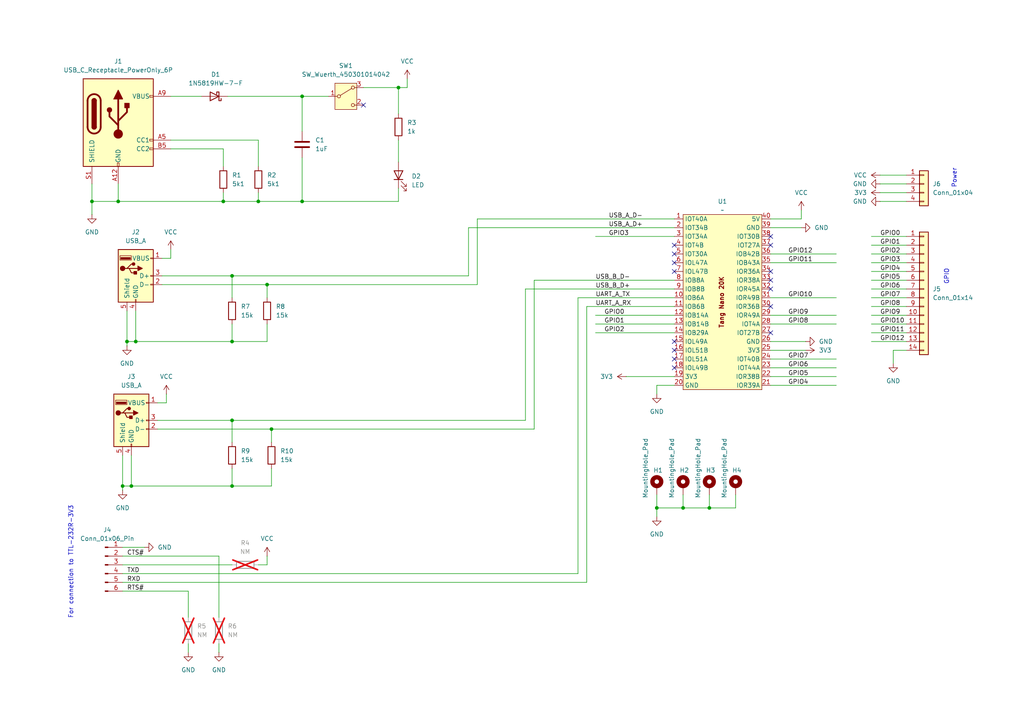
<source format=kicad_sch>
(kicad_sch (version 20231120) (generator "eeschema") (generator_version "8.0")
  (paper "A4")
  (title_block (title "nanoComp") (date "2024-07-25") (rev "PA2"))
  (lib_symbols
    (symbol "Connector:Conn_01x06_Pin" (pin_names (offset 1.016) hide)
      (property "Reference" "J" (at 0 7.62 0))
      (property "Value" "Conn_01x06_Pin" (at 0 -10.16 0))
      (symbol "Conn_01x06_Pin_1_1"
        (polyline (pts (xy 1.27 -7.62) (xy 0.8636 -7.62)) (stroke (width 0.1524)))
        (polyline (pts (xy 1.27 -5.08) (xy 0.8636 -5.08)) (stroke (width 0.1524)))
        (polyline (pts (xy 1.27 -2.54) (xy 0.8636 -2.54)) (stroke (width 0.1524)))
        (polyline (pts (xy 1.27 0) (xy 0.8636 0)) (stroke (width 0.1524)))
        (polyline (pts (xy 1.27 2.54) (xy 0.8636 2.54)) (stroke (width 0.1524)))
        (polyline (pts (xy 1.27 5.08) (xy 0.8636 5.08)) (stroke (width 0.1524)))
        (rectangle (start 0.8636 -7.493) (end 0 -7.747) (stroke (width 0.1524)) (fill (type outline)))
        (rectangle (start 0.8636 -4.953) (end 0 -5.207) (stroke (width 0.1524)) (fill (type outline)))
        (rectangle (start 0.8636 -2.413) (end 0 -2.667) (stroke (width 0.1524)) (fill (type outline)))
        (rectangle (start 0.8636 0.127) (end 0 -0.127) (stroke (width 0.1524)) (fill (type outline)))
        (rectangle (start 0.8636 2.667) (end 0 2.413) (stroke (width 0.1524)) (fill (type outline)))
        (rectangle (start 0.8636 5.207) (end 0 4.953) (stroke (width 0.1524)) (fill (type outline)))
        (pin passive line (at 5.08 5.08 180) (length 3.81) (name "Pin_1") (number "1"))
        (pin passive line (at 5.08 2.54 180) (length 3.81) (name "Pin_2") (number "2"))
        (pin passive line (at 5.08 0 180) (length 3.81) (name "Pin_3") (number "3"))
        (pin passive line (at 5.08 -2.54 180) (length 3.81) (name "Pin_4") (number "4"))
        (pin passive line (at 5.08 -5.08 180) (length 3.81) (name "Pin_5") (number "5"))
        (pin passive line (at 5.08 -7.62 180) (length 3.81) (name "Pin_6") (number "6"))
      )
    )
    (symbol "Connector:USB_A" (pin_names (offset 1.016))
      (property "Reference" "J" (at -5.08 11.43 0))
      (property "Value" "USB_A" (at -5.08 8.89 0))
      (symbol "USB_A_0_1"
        (rectangle (start -5.08 -7.62) (end 5.08 7.62) (stroke (width 0.254)) (fill (type background)))
        (circle (center -3.81 2.159) (radius 0.635) (stroke (width 0.254)) (fill (type outline)))
        (rectangle (start -1.524 4.826) (end -4.318 5.334) (fill (type outline)))
        (rectangle (start -1.27 4.572) (end -4.572 5.842))
        (circle (center -0.635 3.429) (radius 0.381) (stroke (width 0.254)) (fill (type outline)))
        (rectangle (start -0.127 -7.62) (end 0.127 -6.858))
        (polyline (pts (xy -3.175 2.159) (xy -2.54 2.159) (xy -1.27 3.429) (xy -0.635 3.429)) (stroke (width 0.254)))
        (polyline (pts (xy -2.54 2.159) (xy -1.905 2.159) (xy -1.27 0.889) (xy 0 0.889)) (stroke (width 0.254)))
        (polyline (pts (xy 0.635 2.794) (xy 0.635 1.524) (xy 1.905 2.159) (xy 0.635 2.794)) (stroke (width 0.254)) (fill (type outline)))
        (rectangle (start 0.254 1.27) (end -0.508 0.508) (stroke (width 0.254)) (fill (type outline)))
        (rectangle (start 5.08 -2.667) (end 4.318 -2.413))
        (rectangle (start 5.08 -0.127) (end 4.318 0.127))
        (rectangle (start 5.08 4.953) (end 4.318 5.207))
      )
      (symbol "USB_A_1_1"
        (polyline (pts (xy -1.905 2.159) (xy 0.635 2.159)) (stroke (width 0.254)))
        (pin power_in line (at 7.62 5.08 180) (length 2.54) (name "VBUS") (number "1"))
        (pin bidirectional line (at 7.62 -2.54 180) (length 2.54) (name "D-") (number "2"))
        (pin bidirectional line (at 7.62 0 180) (length 2.54) (name "D+") (number "3"))
        (pin power_in line (at 0 -10.16 90) (length 2.54) (name "GND") (number "4"))
        (pin passive line (at -2.54 -10.16 90) (length 2.54) (name "Shield") (number "5"))
      )
    )
    (symbol "Connector:USB_C_Receptacle_PowerOnly_6P" (pin_names (offset 1.016))
      (property "Reference" "J" (at 0 16.51 0))
      (property "Value" "USB_C_Receptacle_PowerOnly_6P" (at 0 13.97 0))
      (symbol "USB_C_Receptacle_PowerOnly_6P_0_0"
        (rectangle (start -0.254 -12.7) (end 0.254 -11.684))
        (rectangle (start 10.16 -7.366) (end 9.144 -7.874))
        (rectangle (start 10.16 -4.826) (end 9.144 -5.334))
        (rectangle (start 10.16 7.874) (end 9.144 7.366))
      )
      (symbol "USB_C_Receptacle_PowerOnly_6P_0_1"
        (rectangle (start -10.16 12.7) (end 10.16 -12.7) (stroke (width 0.254)) (fill (type background)))
        (arc (start -8.89 -1.27) (mid -6.985 -3.1667) (end -5.08 -1.27) (stroke (width 0.508)))
        (arc (start -7.62 -1.27) (mid -6.985 -1.9023) (end -6.35 -1.27) (stroke (width 0.254)))
        (arc (start -7.62 -1.27) (mid -6.985 -1.9023) (end -6.35 -1.27) (stroke (width 0.254)) (fill (type outline)))
        (rectangle (start -7.62 -1.27) (end -6.35 6.35) (stroke (width 0.254)) (fill (type outline)))
        (arc (start -6.35 6.35) (mid -6.985 6.9823) (end -7.62 6.35) (stroke (width 0.254)))
        (arc (start -6.35 6.35) (mid -6.985 6.9823) (end -7.62 6.35) (stroke (width 0.254)) (fill (type outline)))
        (arc (start -5.08 6.35) (mid -6.985 8.2467) (end -8.89 6.35) (stroke (width 0.508)))
        (circle (center -2.54 3.683) (radius 0.635) (stroke (width 0.254)) (fill (type outline)))
        (circle (center 0 -3.302) (radius 1.27) (fill (type outline)))
        (polyline (pts (xy -8.89 -1.27) (xy -8.89 6.35)) (stroke (width 0.508)))
        (polyline (pts (xy -5.08 6.35) (xy -5.08 -1.27)) (stroke (width 0.508)))
        (polyline (pts (xy 0 -3.302) (xy 0 6.858)) (stroke (width 0.508)))
        (polyline (pts (xy 0 -0.762) (xy -2.54 1.778) (xy -2.54 3.048)) (stroke (width 0.508)))
        (polyline (pts (xy 0 0.508) (xy 2.54 3.048) (xy 2.54 4.318)) (stroke (width 0.508)))
        (polyline (pts (xy -1.27 6.858) (xy 0 9.398) (xy 1.27 6.858) (xy -1.27 6.858)) (stroke (width 0.254)) (fill (type outline)))
        (rectangle (start 1.905 4.318) (end 3.175 5.588) (stroke (width 0.254)) (fill (type outline)))
      )
      (symbol "USB_C_Receptacle_PowerOnly_6P_1_1"
        (pin passive line (at 0 -17.78 90) (length 5.08) (name "GND") (number "A12"))
        (pin bidirectional line (at 15.24 -5.08 180) (length 5.08) (name "CC1") (number "A5"))
        (pin passive line (at 15.24 7.62 180) (length 5.08) (name "VBUS") (number "A9"))
        (pin passive line (at 0 -17.78 90) (length 5.08) hide (name "GND") (number "B12"))
        (pin bidirectional line (at 15.24 -7.62 180) (length 5.08) (name "CC2") (number "B5"))
        (pin passive line (at 15.24 7.62 180) (length 5.08) hide (name "VBUS") (number "B9"))
        (pin passive line (at -7.62 -17.78 90) (length 5.08) (name "SHIELD") (number "S1"))
      )
    )
    (symbol "Connector_Generic:Conn_01x04" (pin_names (offset 1.016) hide)
      (property "Reference" "J" (at 0 5.08 0))
      (property "Value" "Conn_01x04" (at 0 -7.62 0))
      (symbol "Conn_01x04_1_1"
        (rectangle (start -1.27 -4.953) (end 0 -5.207) (stroke (width 0.1524)))
        (rectangle (start -1.27 -2.413) (end 0 -2.667) (stroke (width 0.1524)))
        (rectangle (start -1.27 0.127) (end 0 -0.127) (stroke (width 0.1524)))
        (rectangle (start -1.27 2.667) (end 0 2.413) (stroke (width 0.1524)))
        (rectangle (start -1.27 3.81) (end 1.27 -6.35) (stroke (width 0.254)) (fill (type background)))
        (pin passive line (at -5.08 2.54 0) (length 3.81) (name "Pin_1") (number "1"))
        (pin passive line (at -5.08 0 0) (length 3.81) (name "Pin_2") (number "2"))
        (pin passive line (at -5.08 -2.54 0) (length 3.81) (name "Pin_3") (number "3"))
        (pin passive line (at -5.08 -5.08 0) (length 3.81) (name "Pin_4") (number "4"))
      )
    )
    (symbol "Connector_Generic:Conn_01x14" (pin_names (offset 1.016) hide)
      (property "Reference" "J" (at 0 17.78 0))
      (property "Value" "Conn_01x14" (at 0 -20.32 0))
      (symbol "Conn_01x14_1_1"
        (rectangle (start -1.27 -17.653) (end 0 -17.907) (stroke (width 0.1524)))
        (rectangle (start -1.27 -15.113) (end 0 -15.367) (stroke (width 0.1524)))
        (rectangle (start -1.27 -12.573) (end 0 -12.827) (stroke (width 0.1524)))
        (rectangle (start -1.27 -10.033) (end 0 -10.287) (stroke (width 0.1524)))
        (rectangle (start -1.27 -7.493) (end 0 -7.747) (stroke (width 0.1524)))
        (rectangle (start -1.27 -4.953) (end 0 -5.207) (stroke (width 0.1524)))
        (rectangle (start -1.27 -2.413) (end 0 -2.667) (stroke (width 0.1524)))
        (rectangle (start -1.27 0.127) (end 0 -0.127) (stroke (width 0.1524)))
        (rectangle (start -1.27 2.667) (end 0 2.413) (stroke (width 0.1524)))
        (rectangle (start -1.27 5.207) (end 0 4.953) (stroke (width 0.1524)))
        (rectangle (start -1.27 7.747) (end 0 7.493) (stroke (width 0.1524)))
        (rectangle (start -1.27 10.287) (end 0 10.033) (stroke (width 0.1524)))
        (rectangle (start -1.27 12.827) (end 0 12.573) (stroke (width 0.1524)))
        (rectangle (start -1.27 15.367) (end 0 15.113) (stroke (width 0.1524)))
        (rectangle (start -1.27 16.51) (end 1.27 -19.05) (stroke (width 0.254)) (fill (type background)))
        (pin passive line (at -5.08 15.24 0) (length 3.81) (name "Pin_1") (number "1"))
        (pin passive line (at -5.08 -7.62 0) (length 3.81) (name "Pin_10") (number "10"))
        (pin passive line (at -5.08 -10.16 0) (length 3.81) (name "Pin_11") (number "11"))
        (pin passive line (at -5.08 -12.7 0) (length 3.81) (name "Pin_12") (number "12"))
        (pin passive line (at -5.08 -15.24 0) (length 3.81) (name "Pin_13") (number "13"))
        (pin passive line (at -5.08 -17.78 0) (length 3.81) (name "Pin_14") (number "14"))
        (pin passive line (at -5.08 12.7 0) (length 3.81) (name "Pin_2") (number "2"))
        (pin passive line (at -5.08 10.16 0) (length 3.81) (name "Pin_3") (number "3"))
        (pin passive line (at -5.08 7.62 0) (length 3.81) (name "Pin_4") (number "4"))
        (pin passive line (at -5.08 5.08 0) (length 3.81) (name "Pin_5") (number "5"))
        (pin passive line (at -5.08 2.54 0) (length 3.81) (name "Pin_6") (number "6"))
        (pin passive line (at -5.08 0 0) (length 3.81) (name "Pin_7") (number "7"))
        (pin passive line (at -5.08 -2.54 0) (length 3.81) (name "Pin_8") (number "8"))
        (pin passive line (at -5.08 -5.08 0) (length 3.81) (name "Pin_9") (number "9"))
      )
    )
    (symbol "Device:C" (pin_numbers hide) (pin_names (offset 0.254))
      (property "Reference" "C" (at 0.635 2.54 0))
      (property "Value" "C" (at 0.635 -2.54 0))
      (symbol "C_0_1"
        (polyline (pts (xy -2.032 -0.762) (xy 2.032 -0.762)) (stroke (width 0.508)))
        (polyline (pts (xy -2.032 0.762) (xy 2.032 0.762)) (stroke (width 0.508)))
      )
      (symbol "C_1_1"
        (pin passive line (at 0 3.81 270) (length 2.794) (name "~") (number "1"))
        (pin passive line (at 0 -3.81 90) (length 2.794) (name "~") (number "2"))
      )
    )
    (symbol "Device:LED" (pin_numbers hide) (pin_names (offset 1.016) hide)
      (property "Reference" "D" (at 0 2.54 0))
      (property "Value" "LED" (at 0 -2.54 0))
      (symbol "LED_0_1"
        (polyline (pts (xy -1.27 -1.27) (xy -1.27 1.27)) (stroke (width 0.254)))
        (polyline (pts (xy -1.27 0) (xy 1.27 0)))
        (polyline (pts (xy 1.27 -1.27) (xy 1.27 1.27) (xy -1.27 0) (xy 1.27 -1.27)) (stroke (width 0.254)))
        (polyline (pts (xy -3.048 -0.762) (xy -4.572 -2.286) (xy -3.81 -2.286) (xy -4.572 -2.286) (xy -4.572 -1.524)))
        (polyline (pts (xy -1.778 -0.762) (xy -3.302 -2.286) (xy -2.54 -2.286) (xy -3.302 -2.286) (xy -3.302 -1.524)))
      )
      (symbol "LED_1_1"
        (pin passive line (at -3.81 0 0) (length 2.54) (name "K") (number "1"))
        (pin passive line (at 3.81 0 180) (length 2.54) (name "A") (number "2"))
      )
    )
    (symbol "Device:R" (pin_numbers hide) (pin_names (offset 0))
      (property "Reference" "R" (at 2.032 0 90))
      (property "Value" "R" (at 0 0 90))
      (symbol "R_0_1"
        (rectangle (start -1.016 -2.54) (end 1.016 2.54) (stroke (width 0.254)))
      )
      (symbol "R_1_1"
        (pin passive line (at 0 3.81 270) (length 1.27) (name "~") (number "1"))
        (pin passive line (at 0 -3.81 90) (length 1.27) (name "~") (number "2"))
      )
    )
    (symbol "Mechanical:MountingHole_Pad" (pin_numbers hide) (pin_names (offset 1.016) hide) (exclude_from_sim yes) (in_bom no)
      (property "Reference" "H" (at 0 6.35 0))
      (property "Value" "MountingHole_Pad" (at 0 4.445 0))
      (symbol "MountingHole_Pad_0_1"
        (circle (center 0 1.27) (radius 1.27) (stroke (width 1.27)))
      )
      (symbol "MountingHole_Pad_1_1"
        (pin input line (at 0 -2.54 90) (length 2.54) (name "1") (number "1"))
      )
    )
    (symbol "Switch:SW_Wuerth_450301014042" (pin_names (offset 1) hide)
      (property "Reference" "SW" (at 0 5.08 0))
      (property "Value" "SW_Wuerth_450301014042" (at 0 -5.08 0))
      (symbol "SW_Wuerth_450301014042_0_1"
        (circle (center -2.032 0) (radius 0.4572))
        (polyline (pts (xy -1.651 0.254) (xy 1.651 2.286)))
        (circle (center 2.032 -2.54) (radius 0.4572))
        (circle (center 2.032 2.54) (radius 0.4572))
      )
      (symbol "SW_Wuerth_450301014042_1_1"
        (rectangle (start -3.175 3.81) (end 3.175 -3.81) (fill (type background)))
        (pin passive line (at -5.08 0 0) (length 2.54) (name "B") (number "1"))
        (pin passive line (at 5.08 -2.54 180) (length 2.54) (name "C") (number "2"))
        (pin passive line (at 5.08 2.54 180) (length 2.54) (name "A") (number "3"))
      )
    )
    (symbol "nano6502:Tang_Nano_20K"
      (property "Reference" "U" (at 0 0 0))
      (symbol "Tang_Nano_20K_1_1"
        (rectangle (start 0 -1.27) (end 22.86 -52.07) (fill (type background)))
        (text "Tang Nano 20K" (at 11.176 -26.67 900) (effects (font (size 1.27 1.27) (thickness 0.254))))
        (pin bidirectional line (at -2.54 -2.54 0) (length 2.54) (name "IOT40A") (number "1"))
        (pin bidirectional line (at -2.54 -25.4 0) (length 2.54) (name "IOB6A") (number "10"))
        (pin bidirectional line (at -2.54 -27.94 0) (length 2.54) (name "IOB6B") (number "11"))
        (pin bidirectional line (at -2.54 -30.48 0) (length 2.54) (name "IOB14A") (number "12"))
        (pin bidirectional line (at -2.54 -33.02 0) (length 2.54) (name "IOB14B") (number "13"))
        (pin bidirectional line (at -2.54 -35.56 0) (length 2.54) (name "IOB29A") (number "14"))
        (pin bidirectional line (at -2.54 -38.1 0) (length 2.54) (name "IOL49A") (number "15"))
        (pin bidirectional line (at -2.54 -40.64 0) (length 2.54) (name "IOL51B") (number "16"))
        (pin bidirectional line (at -2.54 -43.18 0) (length 2.54) (name "IOL51A") (number "17"))
        (pin bidirectional line (at -2.54 -45.72 0) (length 2.54) (name "IOL49B") (number "18"))
        (pin power_out line (at -2.54 -48.26 0) (length 2.54) (name "3V3") (number "19"))
        (pin bidirectional line (at -2.54 -5.08 0) (length 2.54) (name "IOT34B") (number "2"))
        (pin passive line (at -2.54 -50.8 0) (length 2.54) (name "GND") (number "20"))
        (pin bidirectional line (at 25.4 -50.8 180) (length 2.54) (name "IOR39A") (number "21"))
        (pin bidirectional line (at 25.4 -48.26 180) (length 2.54) (name "IOR38B") (number "22"))
        (pin bidirectional line (at 25.4 -45.72 180) (length 2.54) (name "IOT44A") (number "23"))
        (pin bidirectional line (at 25.4 -43.18 180) (length 2.54) (name "IOT40B") (number "24"))
        (pin power_out line (at 25.4 -40.64 180) (length 2.54) (name "3V3") (number "25"))
        (pin passive line (at 25.4 -38.1 180) (length 2.54) (name "GND") (number "26"))
        (pin bidirectional line (at 25.4 -35.56 180) (length 2.54) (name "IOT27B") (number "27"))
        (pin bidirectional line (at 25.4 -33.02 180) (length 2.54) (name "IOT4A") (number "28"))
        (pin bidirectional line (at 25.4 -30.48 180) (length 2.54) (name "IOR49A") (number "29"))
        (pin bidirectional line (at -2.54 -7.62 0) (length 2.54) (name "IOT34A") (number "3"))
        (pin bidirectional line (at 25.4 -27.94 180) (length 2.54) (name "IOR36B") (number "30"))
        (pin bidirectional line (at 25.4 -25.4 180) (length 2.54) (name "IOR49B") (number "31"))
        (pin bidirectional line (at 25.4 -22.86 180) (length 2.54) (name "IOR45A") (number "32"))
        (pin bidirectional line (at 25.4 -20.32 180) (length 2.54) (name "IOR38A") (number "33"))
        (pin bidirectional line (at 25.4 -17.78 180) (length 2.54) (name "IOR36A") (number "34"))
        (pin bidirectional line (at 25.4 -15.24 180) (length 2.54) (name "IOB43A") (number "35"))
        (pin bidirectional line (at 25.4 -12.7 180) (length 2.54) (name "IOB42B") (number "36"))
        (pin bidirectional line (at 25.4 -10.16 180) (length 2.54) (name "IOT27A") (number "37"))
        (pin bidirectional line (at 25.4 -7.62 180) (length 2.54) (name "IOT30B") (number "38"))
        (pin passive line (at 25.4 -5.08 180) (length 2.54) (name "GND") (number "39"))
        (pin bidirectional line (at -2.54 -10.16 0) (length 2.54) (name "IOT4B") (number "4"))
        (pin power_in line (at 25.4 -2.54 180) (length 2.54) (name "5V") (number "40"))
        (pin bidirectional line (at -2.54 -12.7 0) (length 2.54) (name "IOT30A") (number "5"))
        (pin bidirectional line (at -2.54 -15.24 0) (length 2.54) (name "IOL47A") (number "6"))
        (pin bidirectional line (at -2.54 -17.78 0) (length 2.54) (name "IOL47B") (number "7"))
        (pin bidirectional line (at -2.54 -20.32 0) (length 2.54) (name "IOB8A") (number "8"))
        (pin bidirectional line (at -2.54 -22.86 0) (length 2.54) (name "IOB8B") (number "9"))
      )
    )
    (symbol "nanoComp:1N5819HW-7-F" (pin_numbers hide) (pin_names (offset 1.016) hide)
      (property "Reference" "D" (at 0 2.54 0))
      (property "Value" "1N5819HW-7-F" (at 0 -2.54 0))
      (symbol "1N5819HW-7-F_0_1"
        (polyline (pts (xy 1.27 0) (xy -1.27 0)))
        (polyline (pts (xy 1.27 1.27) (xy 1.27 -1.27) (xy -1.27 0) (xy 1.27 1.27)) (stroke (width 0.254)))
        (polyline (pts (xy -1.905 0.635) (xy -1.905 1.27) (xy -1.27 1.27) (xy -1.27 -1.27) (xy -0.635 -1.27) (xy -0.635 -0.635)) (stroke (width 0.254)))
      )
      (symbol "1N5819HW-7-F_1_1"
        (pin passive line (at -3.81 0 0) (length 2.54) (name "K") (number "1"))
        (pin passive line (at 3.81 0 180) (length 2.54) (name "A") (number "2"))
      )
    )
    (symbol "power:GND" (power) (pin_numbers hide) (pin_names (offset 0) hide)
      (property "Value" "GND" (at 0 -3.81 0))
      (symbol "GND_0_1"
        (polyline (pts (xy 0 0) (xy 0 -1.27) (xy 1.27 -1.27) (xy 0 -2.54) (xy -1.27 -1.27) (xy 0 -1.27)))
      )
      (symbol "GND_1_1"
        (pin power_in line (at 0 0 270) (length 0) (name "~") (number "1"))
      )
    )
    (symbol "power:VCC" (power) (pin_numbers hide) (pin_names (offset 0) hide)
      (property "Value" "VCC" (at 0 3.556 0))
      (symbol "VCC_0_1"
        (polyline (pts (xy -0.762 1.27) (xy 0 2.54)))
        (polyline (pts (xy 0 0) (xy 0 2.54)))
        (polyline (pts (xy 0 2.54) (xy 0.762 1.27)))
      )
      (symbol "VCC_1_1"
        (pin power_in line (at 0 0 90) (length 0) (name "~") (number "1"))
      )
    )
  )
  (junction (at 190.5 147.32))
  (junction (at 87.63 27.94))
  (junction (at 67.31 99.06))
  (junction (at 36.83 99.06))
  (junction (at 115.57 25.4))
  (junction (at 67.31 140.97))
  (junction (at 34.29 58.42))
  (junction (at 39.37 99.06))
  (junction (at 205.74 147.32))
  (junction (at 87.63 58.42))
  (junction (at 67.31 80.01))
  (junction (at 67.31 121.92))
  (junction (at 64.77 58.42))
  (junction (at 78.74 124.46))
  (junction (at 35.56 140.97))
  (junction (at 74.93 58.42))
  (junction (at 77.47 82.55))
  (junction (at 198.12 147.32))
  (junction (at 38.1 140.97))
  (junction (at 26.67 58.42))
  (no_connect (at 195.58 99.06))
  (no_connect (at 223.52 96.52))
  (no_connect (at 223.52 88.9))
  (no_connect (at 195.58 78.74))
  (no_connect (at 195.58 73.66))
  (no_connect (at 223.52 78.74))
  (no_connect (at 223.52 71.12))
  (no_connect (at 223.52 83.82))
  (no_connect (at 105.41 30.48))
  (no_connect (at 195.58 76.2))
  (no_connect (at 195.58 71.12))
  (no_connect (at 195.58 104.14))
  (no_connect (at 223.52 68.58))
  (no_connect (at 195.58 101.6))
  (no_connect (at 195.58 106.68))
  (no_connect (at 223.52 81.28))
  (wire (pts (xy 77.47 93.98) (xy 77.47 99.06)))
  (wire (pts (xy 172.72 91.44) (xy 195.58 91.44)))
  (wire (pts (xy 54.61 179.07) (xy 54.61 171.45)))
  (wire (pts (xy 39.37 90.17) (xy 39.37 99.06)))
  (wire (pts (xy 198.12 143.51) (xy 198.12 147.32)))
  (wire (pts (xy 77.47 82.55) (xy 77.47 86.36)))
  (wire (pts (xy 115.57 40.64) (xy 115.57 46.99)))
  (wire (pts (xy 34.29 53.34) (xy 34.29 58.42)))
  (wire (pts (xy 35.56 166.37) (xy 167.64 166.37)))
  (wire (pts (xy 87.63 27.94) (xy 95.25 27.94)))
  (wire (pts (xy 49.53 40.64) (xy 74.93 40.64)))
  (wire (pts (xy 223.52 73.66) (xy 242.57 73.66)))
  (wire (pts (xy 67.31 121.92) (xy 67.31 128.27)))
  (wire (pts (xy 252.73 78.74) (xy 262.89 78.74)))
  (wire (pts (xy 34.29 58.42) (xy 64.77 58.42)))
  (wire (pts (xy 195.58 111.76) (xy 190.5 111.76)))
  (wire (pts (xy 135.89 80.01) (xy 135.89 66.04)))
  (wire (pts (xy 35.56 158.75) (xy 41.91 158.75)))
  (wire (pts (xy 38.1 132.08) (xy 38.1 140.97)))
  (wire (pts (xy 74.93 58.42) (xy 64.77 58.42)))
  (wire (pts (xy 74.93 58.42) (xy 87.63 58.42)))
  (wire (pts (xy 252.73 83.82) (xy 262.89 83.82)))
  (wire (pts (xy 167.64 86.36) (xy 167.64 166.37)))
  (wire (pts (xy 223.52 99.06) (xy 233.68 99.06)))
  (wire (pts (xy 118.11 22.86) (xy 118.11 25.4)))
  (wire (pts (xy 115.57 25.4) (xy 118.11 25.4)))
  (wire (pts (xy 115.57 25.4) (xy 115.57 33.02)))
  (wire (pts (xy 223.52 63.5) (xy 232.41 63.5)))
  (wire (pts (xy 77.47 161.29) (xy 77.47 163.83)))
  (wire (pts (xy 232.41 60.96) (xy 232.41 63.5)))
  (wire (pts (xy 54.61 186.69) (xy 54.61 189.23)))
  (wire (pts (xy 172.72 68.58) (xy 195.58 68.58)))
  (wire (pts (xy 252.73 81.28) (xy 262.89 81.28)))
  (wire (pts (xy 36.83 99.06) (xy 39.37 99.06)))
  (wire (pts (xy 74.93 163.83) (xy 77.47 163.83)))
  (wire (pts (xy 223.52 104.14) (xy 242.57 104.14)))
  (wire (pts (xy 223.52 86.36) (xy 242.57 86.36)))
  (wire (pts (xy 66.04 27.94) (xy 87.63 27.94)))
  (wire (pts (xy 152.4 83.82) (xy 195.58 83.82)))
  (wire (pts (xy 64.77 55.88) (xy 64.77 58.42)))
  (wire (pts (xy 205.74 143.51) (xy 205.74 147.32)))
  (wire (pts (xy 46.99 74.93) (xy 49.53 74.93)))
  (wire (pts (xy 35.56 168.91) (xy 170.18 168.91)))
  (wire (pts (xy 223.52 106.68) (xy 242.57 106.68)))
  (wire (pts (xy 36.83 90.17) (xy 36.83 99.06)))
  (wire (pts (xy 223.52 91.44) (xy 242.57 91.44)))
  (wire (pts (xy 63.5 161.29) (xy 63.5 179.07)))
  (wire (pts (xy 36.83 99.06) (xy 36.83 100.33)))
  (wire (pts (xy 252.73 91.44) (xy 262.89 91.44)))
  (wire (pts (xy 74.93 40.64) (xy 74.93 48.26)))
  (wire (pts (xy 252.73 71.12) (xy 262.89 71.12)))
  (wire (pts (xy 138.43 63.5) (xy 138.43 82.55)))
  (wire (pts (xy 154.94 124.46) (xy 78.74 124.46)))
  (wire (pts (xy 252.73 99.06) (xy 262.89 99.06)))
  (wire (pts (xy 154.94 81.28) (xy 154.94 124.46)))
  (wire (pts (xy 78.74 124.46) (xy 45.72 124.46)))
  (wire (pts (xy 46.99 80.01) (xy 67.31 80.01)))
  (wire (pts (xy 252.73 88.9) (xy 262.89 88.9)))
  (wire (pts (xy 223.52 76.2) (xy 242.57 76.2)))
  (wire (pts (xy 67.31 93.98) (xy 67.31 99.06)))
  (wire (pts (xy 252.73 93.98) (xy 262.89 93.98)))
  (wire (pts (xy 195.58 63.5) (xy 138.43 63.5)))
  (wire (pts (xy 67.31 80.01) (xy 67.31 86.36)))
  (wire (pts (xy 172.72 93.98) (xy 195.58 93.98)))
  (wire (pts (xy 152.4 121.92) (xy 152.4 83.82)))
  (wire (pts (xy 78.74 135.89) (xy 78.74 140.97)))
  (wire (pts (xy 67.31 80.01) (xy 135.89 80.01)))
  (wire (pts (xy 45.72 116.84) (xy 48.26 116.84)))
  (wire (pts (xy 45.72 121.92) (xy 67.31 121.92)))
  (wire (pts (xy 87.63 27.94) (xy 87.63 38.1)))
  (wire (pts (xy 35.56 163.83) (xy 67.31 163.83)))
  (wire (pts (xy 67.31 140.97) (xy 38.1 140.97)))
  (wire (pts (xy 259.08 101.6) (xy 262.89 101.6)))
  (wire (pts (xy 252.73 73.66) (xy 262.89 73.66)))
  (wire (pts (xy 213.36 143.51) (xy 213.36 147.32)))
  (wire (pts (xy 154.94 81.28) (xy 195.58 81.28)))
  (wire (pts (xy 135.89 66.04) (xy 195.58 66.04)))
  (wire (pts (xy 190.5 111.76) (xy 190.5 114.3)))
  (wire (pts (xy 172.72 96.52) (xy 195.58 96.52)))
  (wire (pts (xy 35.56 140.97) (xy 38.1 140.97)))
  (wire (pts (xy 78.74 140.97) (xy 67.31 140.97)))
  (wire (pts (xy 223.52 109.22) (xy 242.57 109.22)))
  (wire (pts (xy 77.47 99.06) (xy 67.31 99.06)))
  (wire (pts (xy 64.77 43.18) (xy 64.77 48.26)))
  (wire (pts (xy 115.57 54.61) (xy 115.57 58.42)))
  (wire (pts (xy 78.74 124.46) (xy 78.74 128.27)))
  (wire (pts (xy 223.52 66.04) (xy 232.41 66.04)))
  (wire (pts (xy 252.73 96.52) (xy 262.89 96.52)))
  (wire (pts (xy 48.26 114.3) (xy 48.26 116.84)))
  (wire (pts (xy 223.52 101.6) (xy 233.68 101.6)))
  (wire (pts (xy 255.27 58.42) (xy 262.89 58.42)))
  (wire (pts (xy 35.56 140.97) (xy 35.56 142.24)))
  (wire (pts (xy 35.56 132.08) (xy 35.56 140.97)))
  (wire (pts (xy 77.47 82.55) (xy 46.99 82.55)))
  (wire (pts (xy 170.18 88.9) (xy 195.58 88.9)))
  (wire (pts (xy 255.27 53.34) (xy 262.89 53.34)))
  (wire (pts (xy 35.56 161.29) (xy 63.5 161.29)))
  (wire (pts (xy 252.73 68.58) (xy 262.89 68.58)))
  (wire (pts (xy 87.63 58.42) (xy 115.57 58.42)))
  (wire (pts (xy 74.93 55.88) (xy 74.93 58.42)))
  (wire (pts (xy 190.5 143.51) (xy 190.5 147.32)))
  (wire (pts (xy 198.12 147.32) (xy 190.5 147.32)))
  (wire (pts (xy 190.5 147.32) (xy 190.5 149.86)))
  (wire (pts (xy 87.63 45.72) (xy 87.63 58.42)))
  (wire (pts (xy 138.43 82.55) (xy 77.47 82.55)))
  (wire (pts (xy 105.41 25.4) (xy 115.57 25.4)))
  (wire (pts (xy 67.31 99.06) (xy 39.37 99.06)))
  (wire (pts (xy 252.73 76.2) (xy 262.89 76.2)))
  (wire (pts (xy 26.67 53.34) (xy 26.67 58.42)))
  (wire (pts (xy 67.31 121.92) (xy 152.4 121.92)))
  (wire (pts (xy 259.08 105.41) (xy 259.08 101.6)))
  (wire (pts (xy 255.27 50.8) (xy 262.89 50.8)))
  (wire (pts (xy 223.52 111.76) (xy 242.57 111.76)))
  (wire (pts (xy 223.52 93.98) (xy 242.57 93.98)))
  (wire (pts (xy 26.67 58.42) (xy 34.29 58.42)))
  (wire (pts (xy 205.74 147.32) (xy 198.12 147.32)))
  (wire (pts (xy 213.36 147.32) (xy 205.74 147.32)))
  (wire (pts (xy 255.27 55.88) (xy 262.89 55.88)))
  (wire (pts (xy 170.18 168.91) (xy 170.18 88.9)))
  (wire (pts (xy 49.53 27.94) (xy 58.42 27.94)))
  (wire (pts (xy 67.31 135.89) (xy 67.31 140.97)))
  (wire (pts (xy 63.5 186.69) (xy 63.5 189.23)))
  (wire (pts (xy 167.64 86.36) (xy 195.58 86.36)))
  (wire (pts (xy 252.73 86.36) (xy 262.89 86.36)))
  (wire (pts (xy 49.53 72.39) (xy 49.53 74.93)))
  (wire (pts (xy 181.61 109.22) (xy 195.58 109.22)))
  (wire (pts (xy 49.53 43.18) (xy 64.77 43.18)))
  (wire (pts (xy 35.56 171.45) (xy 54.61 171.45)))
  (wire (pts (xy 26.67 62.23) (xy 26.67 58.42)))
  (text "For connection to TTL-232R-3V3" (at 20.574 163.068 90) (effects (font (size 1.27 1.27))))
  (text "GPIO" (at 274.574 80.264 90) (effects (font (size 1.27 1.27))))
  (text "Power" (at 276.7971 51.6663 90) (effects (font (size 1.27 1.27))))
  (label "USB_A_D-" (at 176.53 63.5 0))
  (label "GPIO0" (at 255.27 68.58 0))
  (label "GPIO4" (at 228.6 111.76 0))
  (label "UART_A_TX" (at 172.72 86.36 0))
  (label "USB_B_D+" (at 172.72 83.82 0))
  (label "GPIO7" (at 255.27 86.36 0))
  (label "USB_A_D+" (at 176.53 66.04 0))
  (label "GPIO3" (at 255.27 76.2 0))
  (label "GPIO12" (at 228.6 73.66 0))
  (label "GPIO10" (at 255.27 93.98 0))
  (label "GPIO11" (at 255.27 96.52 0))
  (label "UART_A_RX" (at 172.72 88.9 0))
  (label "GPIO5" (at 228.6 109.22 0))
  (label "GPIO8" (at 228.6 93.98 0))
  (label "GPIO5" (at 255.27 81.28 0))
  (label "RTS#" (at 36.83 171.45 0))
  (label "GPIO10" (at 228.6 86.36 0))
  (label "GPIO7" (at 228.6 104.14 0))
  (label "GPIO1" (at 255.27 71.12 0))
  (label "GPIO2" (at 175.26 96.52 0))
  (label "GPIO2" (at 255.27 73.66 0))
  (label "CTS#" (at 36.83 161.29 0))
  (label "GPIO6" (at 228.6 106.68 0))
  (label "GPIO4" (at 255.27 78.74 0))
  (label "GPIO0" (at 175.26 91.44 0))
  (label "GPIO6" (at 255.27 83.82 0))
  (label "USB_B_D-" (at 172.72 81.28 0))
  (label "GPIO1" (at 175.26 93.98 0))
  (label "GPIO3" (at 176.53 68.58 0))
  (label "GPIO8" (at 255.27 88.9 0))
  (label "TXD" (at 36.83 166.37 0))
  (label "RXD" (at 36.83 168.91 0))
  (label "GPIO9" (at 255.27 91.44 0))
  (label "GPIO9" (at 228.6 91.44 0))
  (label "GPIO11" (at 228.6 76.2 0))
  (label "GPIO12" (at 255.27 99.06 0))
  (symbol (lib_id "power:GND") (at 259.08 105.41 0) (unit 1)
    (property "Reference" "#PWR017" (effects (hide yes)))
    (property "Value" "GND" (at 259.08 110.49 0))
    (property "Description" "Power symbol creates a global label with name \"GND\" , ground" (effects (hide yes)))
  )
  (symbol (lib_id "power:GND") (at 26.67 62.23 0) (unit 1)
    (property "Reference" "#PWR01" (effects (hide yes)))
    (property "Value" "GND" (at 26.67 67.31 0))
    (property "Description" "Power symbol creates a global label with name \"GND\" , ground" (effects (hide yes)))
  )
  (symbol (lib_id "Device:R") (at 78.74 132.08 0) (unit 1)
    (property "Reference" "R10" (at 81.28 130.8099 0) (effects (justify left)))
    (property "Value" "15k" (at 81.28 133.3499 0) (effects (justify left)))
    (property "Footprint" "Resistor_SMD:R_0805_2012Metric" (effects (hide yes)))
    (property "Description" "Resistor" (effects (hide yes)))
    (property "Manufacturer" "Generic" (effects (hide yes)))
    (property "Supplier" "Mouser" (effects (hide yes)))
    (property "Supplier P/N" "603-RT0805FRE0715KL" (effects (hide yes)))
  )
  (symbol (lib_id "power:GND") (at 255.27 53.34 270) (unit 1)
    (property "Reference" "#PWR019" (effects (hide yes)))
    (property "Value" "GND" (at 251.46 53.3399 90) (effects (justify right)))
    (property "Description" "Power symbol creates a global label with name \"GND\" , ground" (effects (hide yes)))
  )
  (symbol (lib_id "Device:R") (at 67.31 90.17 0) (unit 1)
    (property "Reference" "R7" (at 69.85 88.8999 0) (effects (justify left)))
    (property "Value" "15k" (at 69.85 91.4399 0) (effects (justify left)))
    (property "Footprint" "Resistor_SMD:R_0805_2012Metric" (effects (hide yes)))
    (property "Description" "Resistor" (effects (hide yes)))
    (property "Manufacturer" "Generic" (effects (hide yes)))
    (property "Supplier" "Mouser" (effects (hide yes)))
    (property "Supplier P/N" "603-RT0805FRE0715KL" (effects (hide yes)))
  )
  (symbol (lib_id "Connector:USB_A") (at 39.37 80.01 0) (unit 1)
    (property "Reference" "J2" (at 39.37 67.31 0))
    (property "Value" "USB_A" (at 39.37 69.85 0))
    (property "Footprint" "Connector_USB:USB_A_Molex_67643_Horizontal" (effects (hide yes)))
    (property "Description" "USB Type A connector" (effects (hide yes)))
    (property "Manufacturer" "Molex" (effects (hide yes)))
    (property "Manufacturer P/N" " 67643-3910 " (effects (hide yes)))
    (property "Supplier" "Mouser" (effects (hide yes)))
    (property "Supplier P/N" "538-67643-3910" (effects (hide yes)))
  )
  (symbol (lib_id "Switch:SW_Wuerth_450301014042") (at 100.33 27.94 0) (unit 1)
    (property "Reference" "SW1" (at 100.33 19.05 0))
    (property "Value" "SW_Wuerth_450301014042" (at 100.33 21.59 0))
    (property "Footprint" "Button_Switch_THT:SW_Slide-03_Wuerth-WS-SLTV_10x2.5x6.4_P2.54mm" (effects (hide yes)))
    (property "Datasheet" "https://www.we-online.com/components/products/datasheet/450301014042.pdf" (effects (hide yes)))
    (property "Description" "Switch slide, single pole double throw" (effects (hide yes)))
    (property "Manufacturer" "Wurth" (effects (hide yes)))
    (property "Manufacturer P/N" "450301014042 " (effects (hide yes)))
    (property "Supplier" "Mouser" (effects (hide yes)))
    (property "Supplier P/N" "710-450301014042" (effects (hide yes)))
  )
  (symbol (lib_id "Device:R") (at 74.93 52.07 0) (unit 1)
    (property "Reference" "R2" (at 77.47 50.7999 0) (effects (justify left)))
    (property "Value" "5k1" (at 77.47 53.3399 0) (effects (justify left)))
    (property "Footprint" "Resistor_SMD:R_0805_2012Metric" (effects (hide yes)))
    (property "Description" "Resistor" (effects (hide yes)))
    (property "Manufacturer" "Generic" (effects (hide yes)))
    (property "Supplier" "Mouser" (effects (hide yes)))
    (property "Supplier P/N" "594-MCU08050C5101FP5 " (effects (hide yes)))
  )
  (symbol (lib_id "Mechanical:MountingHole_Pad") (at 205.74 140.97 0) (unit 1) (exclude_from_sim yes) (in_bom no)
    (property "Reference" "H3" (at 204.724 136.398 0) (effects (justify left)))
    (property "Value" "MountingHole_Pad" (at 202.438 144.526 90) (effects (justify left)))
    (property "Footprint" "MountingHole:MountingHole_3.2mm_M3_ISO7380_Pad" (effects (hide yes)))
    (property "Description" "Mounting Hole with connection" (effects (hide yes)))
  )
  (symbol (lib_id "power:GND") (at 35.56 142.24 0) (unit 1)
    (property "Reference" "#PWR011" (effects (hide yes)))
    (property "Value" "GND" (at 35.56 147.32 0))
    (property "Description" "Power symbol creates a global label with name \"GND\" , ground" (effects (hide yes)))
  )
  (symbol (lib_id "power:VCC") (at 48.26 114.3 0) (unit 1)
    (property "Reference" "#PWR012" (effects (hide yes)))
    (property "Value" "VCC" (at 48.26 109.22 0))
    (property "Description" "Power symbol creates a global label with name \"VCC\"" (effects (hide yes)))
  )
  (symbol (lib_id "power:GND") (at 190.5 114.3 0) (unit 1)
    (property "Reference" "#PWR010" (effects (hide yes)))
    (property "Value" "GND" (at 190.5 119.38 0))
    (property "Description" "Power symbol creates a global label with name \"GND\" , ground" (effects (hide yes)))
  )
  (symbol (lib_id "Connector:USB_C_Receptacle_PowerOnly_6P") (at 34.29 35.56 0) (unit 1)
    (property "Reference" "J1" (at 34.29 17.78 0))
    (property "Value" "USB_C_Receptacle_PowerOnly_6P" (at 34.29 20.32 0))
    (property "Footprint" "Connector_USB:USB_C_Receptacle_GCT_USB4125-xx-x-0190_6P_TopMnt_Horizontal" (effects (hide yes)))
    (property "Datasheet" "https://www.usb.org/sites/default/files/documents/usb_type-c.zip" (effects (hide yes)))
    (property "Description" "USB Power-Only 6P Type-C Receptacle connector" (effects (hide yes)))
    (property "Manufacturer" "GCT" (effects (hide yes)))
    (property "Manufacturer P/N" "USB4125-GF-A " (effects (hide yes)))
    (property "Supplier" "Mouser" (effects (hide yes)))
    (property "Supplier P/N" "640-USB4125-GF-A " (effects (hide yes)))
  )
  (symbol (lib_id "Connector_Generic:Conn_01x14") (at 267.97 83.82 0) (unit 1)
    (property "Reference" "J5" (at 270.51 83.8199 0) (effects (justify left)))
    (property "Value" "Conn_01x14" (at 270.51 86.3599 0) (effects (justify left)))
    (property "Footprint" "Connector_PinHeader_2.54mm:PinHeader_1x14_P2.54mm_Vertical" (effects (hide yes)))
    (property "Description" "Generic connector, single row, 01x14, script generated (kicad-library-utils/schlib/autogen/connector/)" (effects (hide yes)))
    (property "Manufacturer" "Generic" (effects (hide yes)))
    (property "Supplier" "Mouser" (effects (hide yes)))
    (property "Supplier P/N" "538-22-28-4146" (effects (hide yes)))
  )
  (symbol (lib_id "power:GND") (at 63.5 189.23 0) (unit 1)
    (property "Reference" "#PWR014" (effects (hide yes)))
    (property "Value" "GND" (at 63.5 194.31 0))
    (property "Description" "Power symbol creates a global label with name \"GND\" , ground" (effects (hide yes)))
  )
  (symbol (lib_id "power:GND") (at 255.27 58.42 270) (unit 1)
    (property "Reference" "#PWR018" (effects (hide yes)))
    (property "Value" "GND" (at 251.46 58.4199 90) (effects (justify right)))
    (property "Description" "Power symbol creates a global label with name \"GND\" , ground" (effects (hide yes)))
  )
  (symbol (lib_id "power:VCC") (at 255.27 55.88 90) (unit 1)
    (property "Reference" "#PWR021" (effects (hide yes)))
    (property "Value" "3V3" (at 251.46 55.8799 90) (effects (justify left)))
    (property "Description" "Power symbol creates a global label with name \"VCC\"" (effects (hide yes)))
  )
  (symbol (lib_id "power:GND") (at 41.91 158.75 90) (unit 1)
    (property "Reference" "#PWR05" (effects (hide yes)))
    (property "Value" "GND" (at 45.72 158.7499 90) (effects (justify right)))
    (property "Description" "Power symbol creates a global label with name \"GND\" , ground" (effects (hide yes)))
  )
  (symbol (lib_id "Device:R") (at 54.61 182.88 180) (unit 1) (dnp yes)
    (property "Reference" "R5" (at 57.15 181.6099 0) (effects (justify right)))
    (property "Value" "NM" (at 57.15 184.1499 0) (effects (justify right)))
    (property "Footprint" "Resistor_SMD:R_0805_2012Metric" (effects (hide yes)))
    (property "Description" "Resistor" (effects (hide yes)))
  )
  (symbol (lib_id "power:GND") (at 232.41 66.04 90) (unit 1)
    (property "Reference" "#PWR08" (effects (hide yes)))
    (property "Value" "GND" (at 236.22 66.0399 90) (effects (justify right)))
    (property "Description" "Power symbol creates a global label with name \"GND\" , ground" (effects (hide yes)))
  )
  (symbol (lib_id "power:VCC") (at 255.27 50.8 90) (unit 1)
    (property "Reference" "#PWR020" (effects (hide yes)))
    (property "Value" "VCC" (at 251.46 50.7999 90) (effects (justify left)))
    (property "Description" "Power symbol creates a global label with name \"VCC\"" (effects (hide yes)))
  )
  (symbol (lib_id "power:GND") (at 233.68 99.06 90) (unit 1)
    (property "Reference" "#PWR09" (effects (hide yes)))
    (property "Value" "GND" (at 237.49 99.0599 90) (effects (justify right)))
    (property "Description" "Power symbol creates a global label with name \"GND\" , ground" (effects (hide yes)))
  )
  (symbol (lib_id "power:GND") (at 54.61 189.23 0) (unit 1)
    (property "Reference" "#PWR013" (effects (hide yes)))
    (property "Value" "GND" (at 54.61 194.31 0))
    (property "Description" "Power symbol creates a global label with name \"GND\" , ground" (effects (hide yes)))
  )
  (symbol (lib_id "Device:R") (at 63.5 182.88 180) (unit 1) (dnp yes)
    (property "Reference" "R6" (at 66.04 181.6099 0) (effects (justify right)))
    (property "Value" "NM" (at 66.04 184.1499 0) (effects (justify right)))
    (property "Footprint" "Resistor_SMD:R_0805_2012Metric" (effects (hide yes)))
    (property "Description" "Resistor" (effects (hide yes)))
  )
  (symbol (lib_id "power:VCC") (at 181.61 109.22 90) (mirror x) (unit 1)
    (property "Reference" "#PWR016" (effects (hide yes)))
    (property "Value" "3V3" (at 177.8 109.2199 90) (effects (justify left)))
    (property "Description" "Power symbol creates a global label with name \"VCC\"" (effects (hide yes)))
  )
  (symbol (lib_id "nano6502:Tang_Nano_20K") (at 198.12 60.96 0) (unit 1)
    (property "Reference" "U1" (at 209.55 58.42 0))
    (property "Value" "~" (at 209.55 60.96 0))
    (property "Footprint" "nanoComp:tangnano20k" (effects (hide yes)))
  )
  (symbol (lib_id "Mechanical:MountingHole_Pad") (at 190.5 140.97 0) (unit 1) (exclude_from_sim yes) (in_bom no)
    (property "Reference" "H1" (at 189.484 136.398 0) (effects (justify left)))
    (property "Value" "MountingHole_Pad" (at 187.198 144.526 90) (effects (justify left)))
    (property "Footprint" "MountingHole:MountingHole_3.2mm_M3_ISO7380_Pad" (effects (hide yes)))
    (property "Description" "Mounting Hole with connection" (effects (hide yes)))
  )
  (symbol (lib_id "Connector_Generic:Conn_01x04") (at 267.97 53.34 0) (unit 1)
    (property "Reference" "J6" (at 270.51 53.3399 0) (effects (justify left)))
    (property "Value" "Conn_01x04" (at 270.51 55.8799 0) (effects (justify left)))
    (property "Footprint" "Connector_PinHeader_2.54mm:PinHeader_1x04_P2.54mm_Vertical" (effects (hide yes)))
    (property "Description" "Generic connector, single row, 01x04, script generated (kicad-library-utils/schlib/autogen/connector/)" (effects (hide yes)))
    (property "Manufacturer" "Generic" (effects (hide yes)))
    (property "Supplier" "Mouser" (effects (hide yes)))
    (property "Supplier P/N" "538-22-28-4042" (effects (hide yes)))
  )
  (symbol (lib_id "power:GND") (at 36.83 100.33 0) (unit 1)
    (property "Reference" "#PWR03" (effects (hide yes)))
    (property "Value" "GND" (at 36.83 105.41 0))
    (property "Description" "Power symbol creates a global label with name \"GND\" , ground" (effects (hide yes)))
  )
  (symbol (lib_id "Connector:Conn_01x06_Pin") (at 30.48 163.83 0) (unit 1)
    (property "Reference" "J4" (at 31.115 153.67 0))
    (property "Value" "Conn_01x06_Pin" (at 31.115 156.21 0))
    (property "Footprint" "Connector_PinHeader_2.54mm:PinHeader_1x06_P2.54mm_Vertical" (effects (hide yes)))
    (property "Description" "Generic connector, single row, 01x06, script generated" (effects (hide yes)))
    (property "Manufacturer" "Generic" (effects (hide yes)))
    (property "Supplier" "Mouser" (effects (hide yes)))
    (property "Supplier P/N" "855-M20-9990646 " (effects (hide yes)))
  )
  (symbol (lib_id "Device:R") (at 115.57 36.83 0) (unit 1)
    (property "Reference" "R3" (at 118.11 35.5599 0) (effects (justify left)))
    (property "Value" "1k" (at 118.11 38.0999 0) (effects (justify left)))
    (property "Footprint" "Resistor_SMD:R_0805_2012Metric" (effects (hide yes)))
    (property "Description" "Resistor" (effects (hide yes)))
    (property "Manufacturer" "Generic" (effects (hide yes)))
    (property "Supplier" "Mouser" (effects (hide yes)))
    (property "Supplier P/N" "71-TNPW08051K00FEEA " (effects (hide yes)))
  )
  (symbol (lib_id "power:GND") (at 190.5 149.86 0) (unit 1)
    (property "Reference" "#PWR022" (effects (hide yes)))
    (property "Value" "GND" (at 190.5 154.94 0))
    (property "Description" "Power symbol creates a global label with name \"GND\" , ground" (effects (hide yes)))
  )
  (symbol (lib_id "Connector:USB_A") (at 38.1 121.92 0) (unit 1)
    (property "Reference" "J3" (at 38.1 109.22 0))
    (property "Value" "USB_A" (at 38.1 111.76 0))
    (property "Footprint" "Connector_USB:USB_A_Molex_67643_Horizontal" (effects (hide yes)))
    (property "Description" "USB Type A connector" (effects (hide yes)))
    (property "Manufacturer" "Molex" (effects (hide yes)))
    (property "Manufacturer P/N" " 67643-3910 " (effects (hide yes)))
    (property "Supplier" "Mouser" (effects (hide yes)))
    (property "Supplier P/N" "538-67643-3910" (effects (hide yes)))
  )
  (symbol (lib_id "Device:R") (at 77.47 90.17 0) (unit 1)
    (property "Reference" "R8" (at 80.01 88.8999 0) (effects (justify left)))
    (property "Value" "15k" (at 80.01 91.4399 0) (effects (justify left)))
    (property "Footprint" "Resistor_SMD:R_0805_2012Metric" (effects (hide yes)))
    (property "Description" "Resistor" (effects (hide yes)))
    (property "Manufacturer" "Generic" (effects (hide yes)))
    (property "Supplier" "Mouser" (effects (hide yes)))
    (property "Supplier P/N" "603-RT0805FRE0715KL" (effects (hide yes)))
  )
  (symbol (lib_id "power:VCC") (at 118.11 22.86 0) (unit 1)
    (property "Reference" "#PWR02" (effects (hide yes)))
    (property "Value" "VCC" (at 118.11 17.78 0))
    (property "Description" "Power symbol creates a global label with name \"VCC\"" (effects (hide yes)))
  )
  (symbol (lib_id "Mechanical:MountingHole_Pad") (at 213.36 140.97 0) (unit 1) (exclude_from_sim yes) (in_bom no)
    (property "Reference" "H4" (at 212.344 136.398 0) (effects (justify left)))
    (property "Value" "MountingHole_Pad" (at 210.058 144.526 90) (effects (justify left)))
    (property "Footprint" "MountingHole:MountingHole_3.2mm_M3_ISO7380_Pad" (effects (hide yes)))
    (property "Description" "Mounting Hole with connection" (effects (hide yes)))
  )
  (symbol (lib_id "Device:R") (at 71.12 163.83 90) (unit 1) (dnp yes)
    (property "Reference" "R4" (at 71.12 157.48 90))
    (property "Value" "NM" (at 71.12 160.02 90))
    (property "Footprint" "Resistor_SMD:R_0805_2012Metric" (effects (hide yes)))
    (property "Description" "Resistor" (effects (hide yes)))
  )
  (symbol (lib_id "Device:LED") (at 115.57 50.8 90) (unit 1)
    (property "Reference" "D2" (at 119.38 51.1174 90) (effects (justify right)))
    (property "Value" "LED" (at 119.38 53.6574 90) (effects (justify right)))
    (property "Footprint" "LED_SMD:LED_0805_2012Metric_Pad1.15x1.40mm_HandSolder" (effects (hide yes)))
    (property "Description" "Light emitting diode" (effects (hide yes)))
    (property "Manufacturer" "Bivar" (effects (hide yes)))
    (property "Manufacturer P/N" "SM0805UGC " (effects (hide yes)))
    (property "Supplier" "Mouser" (effects (hide yes)))
    (property "Supplier P/N" "749-SM0805UGC" (effects (hide yes)))
  )
  (symbol (lib_id "Mechanical:MountingHole_Pad") (at 198.12 140.97 0) (unit 1) (exclude_from_sim yes) (in_bom no)
    (property "Reference" "H2" (at 197.104 136.398 0) (effects (justify left)))
    (property "Value" "MountingHole_Pad" (at 194.818 144.526 90) (effects (justify left)))
    (property "Footprint" "MountingHole:MountingHole_3.2mm_M3_ISO7380_Pad" (effects (hide yes)))
    (property "Description" "Mounting Hole with connection" (effects (hide yes)))
  )
  (symbol (lib_id "Device:C") (at 87.63 41.91 0) (unit 1)
    (property "Reference" "C1" (at 91.44 40.6399 0) (effects (justify left)))
    (property "Value" "1uF" (at 91.44 43.1799 0) (effects (justify left)))
    (property "Footprint" "Capacitor_SMD:C_0805_2012Metric_Pad1.18x1.45mm_HandSolder" (effects (hide yes)))
    (property "Description" "Unpolarized capacitor" (effects (hide yes)))
    (property "Manufacturer" "Generic" (effects (hide yes)))
    (property "Supplier" "Mouser" (effects (hide yes)))
    (property "Supplier P/N" " 603-CC805KKX7R7BB105 " (effects (hide yes)))
  )
  (symbol (lib_id "power:VCC") (at 49.53 72.39 0) (unit 1)
    (property "Reference" "#PWR04" (effects (hide yes)))
    (property "Value" "VCC" (at 49.53 67.31 0))
    (property "Description" "Power symbol creates a global label with name \"VCC\"" (effects (hide yes)))
  )
  (symbol (lib_id "power:VCC") (at 77.47 161.29 0) (unit 1)
    (property "Reference" "#PWR06" (effects (hide yes)))
    (property "Value" "VCC" (at 77.47 156.21 0))
    (property "Description" "Power symbol creates a global label with name \"VCC\"" (effects (hide yes)))
  )
  (symbol (lib_id "power:VCC") (at 232.41 60.96 0) (unit 1)
    (property "Reference" "#PWR07" (effects (hide yes)))
    (property "Value" "VCC" (at 232.41 55.88 0))
    (property "Description" "Power symbol creates a global label with name \"VCC\"" (effects (hide yes)))
  )
  (symbol (lib_id "Device:R") (at 67.31 132.08 0) (unit 1)
    (property "Reference" "R9" (at 69.85 130.8099 0) (effects (justify left)))
    (property "Value" "15k" (at 69.85 133.3499 0) (effects (justify left)))
    (property "Footprint" "Resistor_SMD:R_0805_2012Metric" (effects (hide yes)))
    (property "Description" "Resistor" (effects (hide yes)))
    (property "Manufacturer" "Generic" (effects (hide yes)))
    (property "Supplier" "Mouser" (effects (hide yes)))
    (property "Supplier P/N" "603-RT0805FRE0715KL" (effects (hide yes)))
  )
  (symbol (lib_id "power:VCC") (at 233.68 101.6 270) (unit 1)
    (property "Reference" "#PWR015" (effects (hide yes)))
    (property "Value" "3V3" (at 237.49 101.5999 90) (effects (justify left)))
    (property "Description" "Power symbol creates a global label with name \"VCC\"" (effects (hide yes)))
  )
  (symbol (lib_id "Device:R") (at 64.77 52.07 0) (unit 1)
    (property "Reference" "R1" (at 67.31 50.7999 0) (effects (justify left)))
    (property "Value" "5k1" (at 67.31 53.3399 0) (effects (justify left)))
    (property "Footprint" "Resistor_SMD:R_0805_2012Metric" (effects (hide yes)))
    (property "Description" "Resistor" (effects (hide yes)))
    (property "Manufacturer" "Generic" (effects (hide yes)))
    (property "Supplier" "Mouser" (effects (hide yes)))
    (property "Supplier P/N" "594-MCU08050C5101FP5 " (effects (hide yes)))
  )
  (symbol (lib_id "nanoComp:1N5819HW-7-F") (at 62.23 27.94 180) (unit 1)
    (property "Reference" "D1" (at 62.5475 21.59 0))
    (property "Value" "1N5819HW-7-F" (at 62.5475 24.13 0))
    (property "Footprint" "Diode_SMD:D_SOD-123" (effects (hide yes)))
    (property "Datasheet" "https://www.mouser.se/datasheet/2/115/DIOD_S_A0011683586_1-2543674.pdf" (effects (hide yes)))
    (property "Description" "40V/1A Schottky diode" (effects (hide yes)))
    (property "Manufacturer" "Diodes Inc" (effects (hide yes)))
    (property "Manufacturer P/N" "1N5819HW-7-F" (effects (hide yes)))
    (property "Supplier" "Mouser" (effects (hide yes)))
    (property "Supplier P/N" " 621-1N5819HW-F" (effects (hide yes)))
  )
)
</source>
